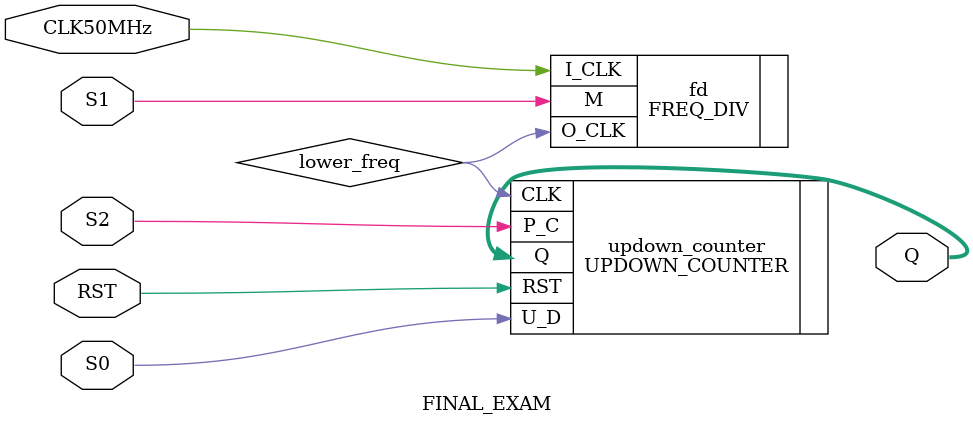
<source format=v>
`timescale 1ns / 1ps
`include "FREQ_DIV.v"
`include "UPDOWN_COUNTER.v"

module FINAL_EXAM(
    input CLK50MHz,
    input RST,
    input S0,
    input S1,
    input S2,
    output [4:0] Q
);
    wire lower_freq;
    FREQ_DIV fd(
        .I_CLK(CLK50MHz),
        .M(S1),
        .O_CLK(lower_freq)
    );
    UPDOWN_COUNTER updown_counter(
        .CLK(lower_freq),
        .RST(RST),
        .U_D(S0),
        .P_C(S2),
		  .Q(Q)
    );
endmodule
</source>
